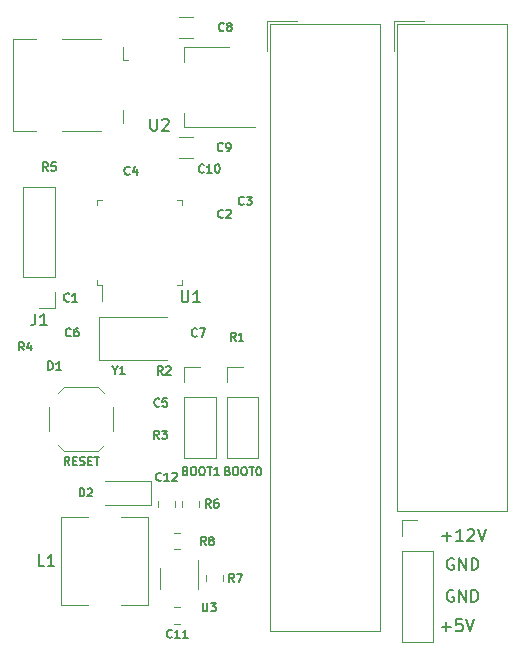
<source format=gbr>
G04 #@! TF.GenerationSoftware,KiCad,Pcbnew,(5.1.0)-1*
G04 #@! TF.CreationDate,2021-02-13T20:01:35+01:00*
G04 #@! TF.ProjectId,GreaseWeazle,47726561-7365-4576-9561-7a6c652e6b69,rev?*
G04 #@! TF.SameCoordinates,Original*
G04 #@! TF.FileFunction,Legend,Top*
G04 #@! TF.FilePolarity,Positive*
%FSLAX46Y46*%
G04 Gerber Fmt 4.6, Leading zero omitted, Abs format (unit mm)*
G04 Created by KiCad (PCBNEW (5.1.0)-1) date 2021-02-13 20:01:35*
%MOMM*%
%LPD*%
G04 APERTURE LIST*
%ADD10C,0.150000*%
%ADD11C,0.120000*%
%ADD12C,0.100000*%
G04 APERTURE END LIST*
D10*
X80669733Y-82561866D02*
X80436400Y-82228533D01*
X80269733Y-82561866D02*
X80269733Y-81861866D01*
X80536400Y-81861866D01*
X80603066Y-81895200D01*
X80636400Y-81928533D01*
X80669733Y-81995200D01*
X80669733Y-82095200D01*
X80636400Y-82161866D01*
X80603066Y-82195200D01*
X80536400Y-82228533D01*
X80269733Y-82228533D01*
X80969733Y-82195200D02*
X81203066Y-82195200D01*
X81303066Y-82561866D02*
X80969733Y-82561866D01*
X80969733Y-81861866D01*
X81303066Y-81861866D01*
X81569733Y-82528533D02*
X81669733Y-82561866D01*
X81836400Y-82561866D01*
X81903066Y-82528533D01*
X81936400Y-82495200D01*
X81969733Y-82428533D01*
X81969733Y-82361866D01*
X81936400Y-82295200D01*
X81903066Y-82261866D01*
X81836400Y-82228533D01*
X81703066Y-82195200D01*
X81636400Y-82161866D01*
X81603066Y-82128533D01*
X81569733Y-82061866D01*
X81569733Y-81995200D01*
X81603066Y-81928533D01*
X81636400Y-81895200D01*
X81703066Y-81861866D01*
X81869733Y-81861866D01*
X81969733Y-81895200D01*
X82269733Y-82195200D02*
X82503066Y-82195200D01*
X82603066Y-82561866D02*
X82269733Y-82561866D01*
X82269733Y-81861866D01*
X82603066Y-81861866D01*
X82803066Y-81861866D02*
X83203066Y-81861866D01*
X83003066Y-82561866D02*
X83003066Y-81861866D01*
X113195195Y-93175200D02*
X113099957Y-93127580D01*
X112957100Y-93127580D01*
X112814242Y-93175200D01*
X112719004Y-93270438D01*
X112671385Y-93365676D01*
X112623766Y-93556152D01*
X112623766Y-93699009D01*
X112671385Y-93889485D01*
X112719004Y-93984723D01*
X112814242Y-94079961D01*
X112957100Y-94127580D01*
X113052338Y-94127580D01*
X113195195Y-94079961D01*
X113242814Y-94032342D01*
X113242814Y-93699009D01*
X113052338Y-93699009D01*
X113671385Y-94127580D02*
X113671385Y-93127580D01*
X114242814Y-94127580D01*
X114242814Y-93127580D01*
X114719004Y-94127580D02*
X114719004Y-93127580D01*
X114957100Y-93127580D01*
X115099957Y-93175200D01*
X115195195Y-93270438D01*
X115242814Y-93365676D01*
X115290433Y-93556152D01*
X115290433Y-93699009D01*
X115242814Y-93889485D01*
X115195195Y-93984723D01*
X115099957Y-94079961D01*
X114957100Y-94127580D01*
X114719004Y-94127580D01*
X113207895Y-90482800D02*
X113112657Y-90435180D01*
X112969800Y-90435180D01*
X112826942Y-90482800D01*
X112731704Y-90578038D01*
X112684085Y-90673276D01*
X112636466Y-90863752D01*
X112636466Y-91006609D01*
X112684085Y-91197085D01*
X112731704Y-91292323D01*
X112826942Y-91387561D01*
X112969800Y-91435180D01*
X113065038Y-91435180D01*
X113207895Y-91387561D01*
X113255514Y-91339942D01*
X113255514Y-91006609D01*
X113065038Y-91006609D01*
X113684085Y-91435180D02*
X113684085Y-90435180D01*
X114255514Y-91435180D01*
X114255514Y-90435180D01*
X114731704Y-91435180D02*
X114731704Y-90435180D01*
X114969800Y-90435180D01*
X115112657Y-90482800D01*
X115207895Y-90578038D01*
X115255514Y-90673276D01*
X115303133Y-90863752D01*
X115303133Y-91006609D01*
X115255514Y-91197085D01*
X115207895Y-91292323D01*
X115112657Y-91387561D01*
X114969800Y-91435180D01*
X114731704Y-91435180D01*
X112245995Y-88590428D02*
X113007900Y-88590428D01*
X112626947Y-88971380D02*
X112626947Y-88209476D01*
X114007900Y-88971380D02*
X113436471Y-88971380D01*
X113722185Y-88971380D02*
X113722185Y-87971380D01*
X113626947Y-88114238D01*
X113531709Y-88209476D01*
X113436471Y-88257095D01*
X114388852Y-88066619D02*
X114436471Y-88019000D01*
X114531709Y-87971380D01*
X114769804Y-87971380D01*
X114865042Y-88019000D01*
X114912661Y-88066619D01*
X114960280Y-88161857D01*
X114960280Y-88257095D01*
X114912661Y-88399952D01*
X114341233Y-88971380D01*
X114960280Y-88971380D01*
X115245995Y-87971380D02*
X115579328Y-88971380D01*
X115912661Y-87971380D01*
X112214185Y-96235828D02*
X112976090Y-96235828D01*
X112595138Y-96616780D02*
X112595138Y-95854876D01*
X113928471Y-95616780D02*
X113452280Y-95616780D01*
X113404661Y-96092971D01*
X113452280Y-96045352D01*
X113547519Y-95997733D01*
X113785614Y-95997733D01*
X113880852Y-96045352D01*
X113928471Y-96092971D01*
X113976090Y-96188209D01*
X113976090Y-96426304D01*
X113928471Y-96521542D01*
X113880852Y-96569161D01*
X113785614Y-96616780D01*
X113547519Y-96616780D01*
X113452280Y-96569161D01*
X113404661Y-96521542D01*
X114261804Y-95616780D02*
X114595138Y-96616780D01*
X114928471Y-95616780D01*
X90512266Y-83056260D02*
X90612266Y-83089593D01*
X90645600Y-83122926D01*
X90678933Y-83189593D01*
X90678933Y-83289593D01*
X90645600Y-83356260D01*
X90612266Y-83389593D01*
X90545600Y-83422926D01*
X90278933Y-83422926D01*
X90278933Y-82722926D01*
X90512266Y-82722926D01*
X90578933Y-82756260D01*
X90612266Y-82789593D01*
X90645600Y-82856260D01*
X90645600Y-82922926D01*
X90612266Y-82989593D01*
X90578933Y-83022926D01*
X90512266Y-83056260D01*
X90278933Y-83056260D01*
X91112266Y-82722926D02*
X91245600Y-82722926D01*
X91312266Y-82756260D01*
X91378933Y-82822926D01*
X91412266Y-82956260D01*
X91412266Y-83189593D01*
X91378933Y-83322926D01*
X91312266Y-83389593D01*
X91245600Y-83422926D01*
X91112266Y-83422926D01*
X91045600Y-83389593D01*
X90978933Y-83322926D01*
X90945600Y-83189593D01*
X90945600Y-82956260D01*
X90978933Y-82822926D01*
X91045600Y-82756260D01*
X91112266Y-82722926D01*
X91845600Y-82722926D02*
X91978933Y-82722926D01*
X92045600Y-82756260D01*
X92112266Y-82822926D01*
X92145600Y-82956260D01*
X92145600Y-83189593D01*
X92112266Y-83322926D01*
X92045600Y-83389593D01*
X91978933Y-83422926D01*
X91845600Y-83422926D01*
X91778933Y-83389593D01*
X91712266Y-83322926D01*
X91678933Y-83189593D01*
X91678933Y-82956260D01*
X91712266Y-82822926D01*
X91778933Y-82756260D01*
X91845600Y-82722926D01*
X92345600Y-82722926D02*
X92745600Y-82722926D01*
X92545600Y-83422926D02*
X92545600Y-82722926D01*
X93345600Y-83422926D02*
X92945600Y-83422926D01*
X93145600Y-83422926D02*
X93145600Y-82722926D01*
X93078933Y-82822926D01*
X93012266Y-82889593D01*
X92945600Y-82922926D01*
X94070806Y-83063880D02*
X94170806Y-83097213D01*
X94204140Y-83130546D01*
X94237473Y-83197213D01*
X94237473Y-83297213D01*
X94204140Y-83363880D01*
X94170806Y-83397213D01*
X94104140Y-83430546D01*
X93837473Y-83430546D01*
X93837473Y-82730546D01*
X94070806Y-82730546D01*
X94137473Y-82763880D01*
X94170806Y-82797213D01*
X94204140Y-82863880D01*
X94204140Y-82930546D01*
X94170806Y-82997213D01*
X94137473Y-83030546D01*
X94070806Y-83063880D01*
X93837473Y-83063880D01*
X94670806Y-82730546D02*
X94804140Y-82730546D01*
X94870806Y-82763880D01*
X94937473Y-82830546D01*
X94970806Y-82963880D01*
X94970806Y-83197213D01*
X94937473Y-83330546D01*
X94870806Y-83397213D01*
X94804140Y-83430546D01*
X94670806Y-83430546D01*
X94604140Y-83397213D01*
X94537473Y-83330546D01*
X94504140Y-83197213D01*
X94504140Y-82963880D01*
X94537473Y-82830546D01*
X94604140Y-82763880D01*
X94670806Y-82730546D01*
X95404140Y-82730546D02*
X95537473Y-82730546D01*
X95604140Y-82763880D01*
X95670806Y-82830546D01*
X95704140Y-82963880D01*
X95704140Y-83197213D01*
X95670806Y-83330546D01*
X95604140Y-83397213D01*
X95537473Y-83430546D01*
X95404140Y-83430546D01*
X95337473Y-83397213D01*
X95270806Y-83330546D01*
X95237473Y-83197213D01*
X95237473Y-82963880D01*
X95270806Y-82830546D01*
X95337473Y-82763880D01*
X95404140Y-82730546D01*
X95904140Y-82730546D02*
X96304140Y-82730546D01*
X96104140Y-83430546D02*
X96104140Y-82730546D01*
X96670806Y-82730546D02*
X96737473Y-82730546D01*
X96804140Y-82763880D01*
X96837473Y-82797213D01*
X96870806Y-82863880D01*
X96904140Y-82997213D01*
X96904140Y-83163880D01*
X96870806Y-83297213D01*
X96837473Y-83363880D01*
X96804140Y-83397213D01*
X96737473Y-83430546D01*
X96670806Y-83430546D01*
X96604140Y-83397213D01*
X96570806Y-83363880D01*
X96537473Y-83297213D01*
X96504140Y-83163880D01*
X96504140Y-82997213D01*
X96537473Y-82863880D01*
X96570806Y-82797213D01*
X96604140Y-82763880D01*
X96670806Y-82730546D01*
D11*
X89928636Y-56581700D02*
X91132764Y-56581700D01*
X89928636Y-54761700D02*
X91132764Y-54761700D01*
X89928636Y-46409000D02*
X91132764Y-46409000D01*
X89928636Y-44589000D02*
X91132764Y-44589000D01*
X83228700Y-73659100D02*
X88978700Y-73659100D01*
X83228700Y-70059100D02*
X83228700Y-73659100D01*
X88978700Y-70059100D02*
X83228700Y-70059100D01*
X91548900Y-93041000D02*
X91548900Y-90591000D01*
X88328900Y-91241000D02*
X88328900Y-93041000D01*
X96408700Y-53976300D02*
X90398700Y-53976300D01*
X94158700Y-47156300D02*
X90398700Y-47156300D01*
X90398700Y-53976300D02*
X90398700Y-52716300D01*
X90398700Y-47156300D02*
X90398700Y-48416300D01*
X83436200Y-67341100D02*
X83436200Y-68631100D01*
X82986200Y-67341100D02*
X83436200Y-67341100D01*
X82986200Y-66891100D02*
X82986200Y-67341100D01*
X82986200Y-60121100D02*
X83436200Y-60121100D01*
X82986200Y-60571100D02*
X82986200Y-60121100D01*
X90206200Y-67341100D02*
X89756200Y-67341100D01*
X90206200Y-66891100D02*
X90206200Y-67341100D01*
X90206200Y-60121100D02*
X89756200Y-60121100D01*
X90206200Y-60571100D02*
X90206200Y-60121100D01*
X83126200Y-81378700D02*
X83616200Y-80888700D01*
X80226200Y-81378700D02*
X83126200Y-81378700D01*
X80226200Y-81378700D02*
X79736200Y-80888700D01*
X80226200Y-75938700D02*
X83126200Y-75938700D01*
X80226200Y-75938700D02*
X79736200Y-76428700D01*
X84396200Y-79698700D02*
X84396200Y-77618700D01*
X83126200Y-75938700D02*
X83616200Y-76428700D01*
X78956200Y-79698700D02*
X78956200Y-77618700D01*
X89553322Y-89701400D02*
X90070478Y-89701400D01*
X89553322Y-88281400D02*
X90070478Y-88281400D01*
X92276900Y-91869722D02*
X92276900Y-92386878D01*
X93696900Y-91869722D02*
X93696900Y-92386878D01*
X90232200Y-85595922D02*
X90232200Y-86113078D01*
X91652200Y-85595922D02*
X91652200Y-86113078D01*
X79965100Y-86993200D02*
X82265100Y-86993200D01*
X79965100Y-94393200D02*
X79965100Y-86993200D01*
X82265100Y-94393200D02*
X79965100Y-94393200D01*
X87365100Y-94393200D02*
X85065100Y-94393200D01*
X87365100Y-86993200D02*
X87365100Y-94393200D01*
X85065100Y-86993200D02*
X87365100Y-86993200D01*
X90404600Y-74224800D02*
X91734600Y-74224800D01*
X90404600Y-75554800D02*
X90404600Y-74224800D01*
X90404600Y-76824800D02*
X93064600Y-76824800D01*
X93064600Y-76824800D02*
X93064600Y-81964800D01*
X90404600Y-76824800D02*
X90404600Y-81964800D01*
X90404600Y-81964800D02*
X93064600Y-81964800D01*
X94026700Y-74224800D02*
X95356700Y-74224800D01*
X94026700Y-75554800D02*
X94026700Y-74224800D01*
X94026700Y-76824800D02*
X96686700Y-76824800D01*
X96686700Y-76824800D02*
X96686700Y-81964800D01*
X94026700Y-76824800D02*
X94026700Y-81964800D01*
X94026700Y-81964800D02*
X96686700Y-81964800D01*
X108137000Y-44996400D02*
X110677000Y-44996400D01*
X108137000Y-44996400D02*
X108137000Y-47536400D01*
X108387000Y-45246400D02*
X117737000Y-45246400D01*
X108387000Y-86426400D02*
X108387000Y-45246400D01*
X117737000Y-86426400D02*
X108387000Y-86426400D01*
X117737000Y-45246400D02*
X117737000Y-86426400D01*
X75913600Y-46463300D02*
X77863600Y-46463300D01*
X80083600Y-46463300D02*
X83313600Y-46463300D01*
X85233600Y-47183300D02*
X85233600Y-48263300D01*
X85233600Y-52483300D02*
X85233600Y-53563300D01*
X80083600Y-54283300D02*
X83313600Y-54283300D01*
X75913600Y-54283300D02*
X77863600Y-54283300D01*
X85233600Y-48263300D02*
X85663600Y-48263300D01*
X75913600Y-54283300D02*
X75913600Y-46463300D01*
X97417000Y-44996400D02*
X99957000Y-44996400D01*
X97417000Y-44996400D02*
X97417000Y-47536400D01*
X97667000Y-45246400D02*
X107017000Y-45246400D01*
X97667000Y-96586400D02*
X97667000Y-45246400D01*
X107017000Y-96586400D02*
X97667000Y-96586400D01*
X107017000Y-45246400D02*
X107017000Y-96586400D01*
X108820000Y-87229600D02*
X110150000Y-87229600D01*
X108820000Y-88559600D02*
X108820000Y-87229600D01*
X108820000Y-89829600D02*
X111480000Y-89829600D01*
X111480000Y-89829600D02*
X111480000Y-97509600D01*
X108820000Y-89829600D02*
X108820000Y-97509600D01*
X108820000Y-97509600D02*
X111480000Y-97509600D01*
X79445200Y-69280100D02*
X78115200Y-69280100D01*
X79445200Y-67950100D02*
X79445200Y-69280100D01*
X79445200Y-66680100D02*
X76785200Y-66680100D01*
X76785200Y-66680100D02*
X76785200Y-59000100D01*
X79445200Y-66680100D02*
X79445200Y-59000100D01*
X79445200Y-59000100D02*
X76785200Y-59000100D01*
X87566100Y-85927400D02*
X83666100Y-85927400D01*
X87566100Y-83927400D02*
X83666100Y-83927400D01*
X87566100Y-85927400D02*
X87566100Y-83927400D01*
D12*
X79470700Y-71452400D02*
G75*
G03X79470700Y-71452400I-50000J0D01*
G01*
D11*
X88174800Y-85593622D02*
X88174800Y-86110778D01*
X89594800Y-85593622D02*
X89594800Y-86110778D01*
X89553322Y-96013300D02*
X90070478Y-96013300D01*
X89553322Y-94593300D02*
X90070478Y-94593300D01*
D10*
X78872253Y-57636846D02*
X78638920Y-57303513D01*
X78472253Y-57636846D02*
X78472253Y-56936846D01*
X78738920Y-56936846D01*
X78805586Y-56970180D01*
X78838920Y-57003513D01*
X78872253Y-57070180D01*
X78872253Y-57170180D01*
X78838920Y-57236846D01*
X78805586Y-57270180D01*
X78738920Y-57303513D01*
X78472253Y-57303513D01*
X79505586Y-56936846D02*
X79172253Y-56936846D01*
X79138920Y-57270180D01*
X79172253Y-57236846D01*
X79238920Y-57203513D01*
X79405586Y-57203513D01*
X79472253Y-57236846D01*
X79505586Y-57270180D01*
X79538920Y-57336846D01*
X79538920Y-57503513D01*
X79505586Y-57570180D01*
X79472253Y-57603513D01*
X79405586Y-57636846D01*
X79238920Y-57636846D01*
X79172253Y-57603513D01*
X79138920Y-57570180D01*
X93660153Y-55926780D02*
X93626820Y-55960113D01*
X93526820Y-55993446D01*
X93460153Y-55993446D01*
X93360153Y-55960113D01*
X93293486Y-55893446D01*
X93260153Y-55826780D01*
X93226820Y-55693446D01*
X93226820Y-55593446D01*
X93260153Y-55460113D01*
X93293486Y-55393446D01*
X93360153Y-55326780D01*
X93460153Y-55293446D01*
X93526820Y-55293446D01*
X93626820Y-55326780D01*
X93660153Y-55360113D01*
X93993486Y-55993446D02*
X94126820Y-55993446D01*
X94193486Y-55960113D01*
X94226820Y-55926780D01*
X94293486Y-55826780D01*
X94326820Y-55693446D01*
X94326820Y-55426780D01*
X94293486Y-55360113D01*
X94260153Y-55326780D01*
X94193486Y-55293446D01*
X94060153Y-55293446D01*
X93993486Y-55326780D01*
X93960153Y-55360113D01*
X93926820Y-55426780D01*
X93926820Y-55593446D01*
X93960153Y-55660113D01*
X93993486Y-55693446D01*
X94060153Y-55726780D01*
X94193486Y-55726780D01*
X94260153Y-55693446D01*
X94293486Y-55660113D01*
X94326820Y-55593446D01*
X93756673Y-45743920D02*
X93723340Y-45777253D01*
X93623340Y-45810586D01*
X93556673Y-45810586D01*
X93456673Y-45777253D01*
X93390006Y-45710586D01*
X93356673Y-45643920D01*
X93323340Y-45510586D01*
X93323340Y-45410586D01*
X93356673Y-45277253D01*
X93390006Y-45210586D01*
X93456673Y-45143920D01*
X93556673Y-45110586D01*
X93623340Y-45110586D01*
X93723340Y-45143920D01*
X93756673Y-45177253D01*
X94156673Y-45410586D02*
X94090006Y-45377253D01*
X94056673Y-45343920D01*
X94023340Y-45277253D01*
X94023340Y-45243920D01*
X94056673Y-45177253D01*
X94090006Y-45143920D01*
X94156673Y-45110586D01*
X94290006Y-45110586D01*
X94356673Y-45143920D01*
X94390006Y-45177253D01*
X94423340Y-45243920D01*
X94423340Y-45277253D01*
X94390006Y-45343920D01*
X94356673Y-45377253D01*
X94290006Y-45410586D01*
X94156673Y-45410586D01*
X94090006Y-45443920D01*
X94056673Y-45477253D01*
X94023340Y-45543920D01*
X94023340Y-45677253D01*
X94056673Y-45743920D01*
X94090006Y-45777253D01*
X94156673Y-45810586D01*
X94290006Y-45810586D01*
X94356673Y-45777253D01*
X94390006Y-45743920D01*
X94423340Y-45677253D01*
X94423340Y-45543920D01*
X94390006Y-45477253D01*
X94356673Y-45443920D01*
X94290006Y-45410586D01*
X84528046Y-74519593D02*
X84528046Y-74852926D01*
X84294713Y-74152926D02*
X84528046Y-74519593D01*
X84761380Y-74152926D01*
X85361380Y-74852926D02*
X84961380Y-74852926D01*
X85161380Y-74852926D02*
X85161380Y-74152926D01*
X85094713Y-74252926D01*
X85028046Y-74319593D01*
X84961380Y-74352926D01*
X91968426Y-94251946D02*
X91968426Y-94818613D01*
X92001760Y-94885280D01*
X92035093Y-94918613D01*
X92101760Y-94951946D01*
X92235093Y-94951946D01*
X92301760Y-94918613D01*
X92335093Y-94885280D01*
X92368426Y-94818613D01*
X92368426Y-94251946D01*
X92635093Y-94251946D02*
X93068426Y-94251946D01*
X92835093Y-94518613D01*
X92935093Y-94518613D01*
X93001760Y-94551946D01*
X93035093Y-94585280D01*
X93068426Y-94651946D01*
X93068426Y-94818613D01*
X93035093Y-94885280D01*
X93001760Y-94918613D01*
X92935093Y-94951946D01*
X92735093Y-94951946D01*
X92668426Y-94918613D01*
X92635093Y-94885280D01*
X87538675Y-53244480D02*
X87538675Y-54054004D01*
X87586294Y-54149242D01*
X87633913Y-54196861D01*
X87729151Y-54244480D01*
X87919627Y-54244480D01*
X88014865Y-54196861D01*
X88062484Y-54149242D01*
X88110103Y-54054004D01*
X88110103Y-53244480D01*
X88538675Y-53339719D02*
X88586294Y-53292100D01*
X88681532Y-53244480D01*
X88919627Y-53244480D01*
X89014865Y-53292100D01*
X89062484Y-53339719D01*
X89110103Y-53434957D01*
X89110103Y-53530195D01*
X89062484Y-53673052D01*
X88491056Y-54244480D01*
X89110103Y-54244480D01*
X90180235Y-67768180D02*
X90180235Y-68577704D01*
X90227854Y-68672942D01*
X90275473Y-68720561D01*
X90370711Y-68768180D01*
X90561187Y-68768180D01*
X90656425Y-68720561D01*
X90704044Y-68672942D01*
X90751663Y-68577704D01*
X90751663Y-67768180D01*
X91751663Y-68768180D02*
X91180235Y-68768180D01*
X91465949Y-68768180D02*
X91465949Y-67768180D01*
X91370711Y-67911038D01*
X91275473Y-68006276D01*
X91180235Y-68053895D01*
X92237773Y-89343626D02*
X92004440Y-89010293D01*
X91837773Y-89343626D02*
X91837773Y-88643626D01*
X92104440Y-88643626D01*
X92171106Y-88676960D01*
X92204440Y-88710293D01*
X92237773Y-88776960D01*
X92237773Y-88876960D01*
X92204440Y-88943626D01*
X92171106Y-88976960D01*
X92104440Y-89010293D01*
X91837773Y-89010293D01*
X92637773Y-88943626D02*
X92571106Y-88910293D01*
X92537773Y-88876960D01*
X92504440Y-88810293D01*
X92504440Y-88776960D01*
X92537773Y-88710293D01*
X92571106Y-88676960D01*
X92637773Y-88643626D01*
X92771106Y-88643626D01*
X92837773Y-88676960D01*
X92871106Y-88710293D01*
X92904440Y-88776960D01*
X92904440Y-88810293D01*
X92871106Y-88876960D01*
X92837773Y-88910293D01*
X92771106Y-88943626D01*
X92637773Y-88943626D01*
X92571106Y-88976960D01*
X92537773Y-89010293D01*
X92504440Y-89076960D01*
X92504440Y-89210293D01*
X92537773Y-89276960D01*
X92571106Y-89310293D01*
X92637773Y-89343626D01*
X92771106Y-89343626D01*
X92837773Y-89310293D01*
X92871106Y-89276960D01*
X92904440Y-89210293D01*
X92904440Y-89076960D01*
X92871106Y-89010293D01*
X92837773Y-88976960D01*
X92771106Y-88943626D01*
X94625373Y-92455126D02*
X94392040Y-92121793D01*
X94225373Y-92455126D02*
X94225373Y-91755126D01*
X94492040Y-91755126D01*
X94558706Y-91788460D01*
X94592040Y-91821793D01*
X94625373Y-91888460D01*
X94625373Y-91988460D01*
X94592040Y-92055126D01*
X94558706Y-92088460D01*
X94492040Y-92121793D01*
X94225373Y-92121793D01*
X94858706Y-91755126D02*
X95325373Y-91755126D01*
X95025373Y-92455126D01*
X92644173Y-86166086D02*
X92410840Y-85832753D01*
X92244173Y-86166086D02*
X92244173Y-85466086D01*
X92510840Y-85466086D01*
X92577506Y-85499420D01*
X92610840Y-85532753D01*
X92644173Y-85599420D01*
X92644173Y-85699420D01*
X92610840Y-85766086D01*
X92577506Y-85799420D01*
X92510840Y-85832753D01*
X92244173Y-85832753D01*
X93244173Y-85466086D02*
X93110840Y-85466086D01*
X93044173Y-85499420D01*
X93010840Y-85532753D01*
X92944173Y-85632753D01*
X92910840Y-85766086D01*
X92910840Y-86032753D01*
X92944173Y-86099420D01*
X92977506Y-86132753D01*
X93044173Y-86166086D01*
X93177506Y-86166086D01*
X93244173Y-86132753D01*
X93277506Y-86099420D01*
X93310840Y-86032753D01*
X93310840Y-85866086D01*
X93277506Y-85799420D01*
X93244173Y-85766086D01*
X93177506Y-85732753D01*
X93044173Y-85732753D01*
X92977506Y-85766086D01*
X92944173Y-85799420D01*
X92910840Y-85866086D01*
X76830093Y-72859106D02*
X76596760Y-72525773D01*
X76430093Y-72859106D02*
X76430093Y-72159106D01*
X76696760Y-72159106D01*
X76763426Y-72192440D01*
X76796760Y-72225773D01*
X76830093Y-72292440D01*
X76830093Y-72392440D01*
X76796760Y-72459106D01*
X76763426Y-72492440D01*
X76696760Y-72525773D01*
X76430093Y-72525773D01*
X77430093Y-72392440D02*
X77430093Y-72859106D01*
X77263426Y-72125773D02*
X77096760Y-72625773D01*
X77530093Y-72625773D01*
X88270213Y-80336866D02*
X88036880Y-80003533D01*
X87870213Y-80336866D02*
X87870213Y-79636866D01*
X88136880Y-79636866D01*
X88203546Y-79670200D01*
X88236880Y-79703533D01*
X88270213Y-79770200D01*
X88270213Y-79870200D01*
X88236880Y-79936866D01*
X88203546Y-79970200D01*
X88136880Y-80003533D01*
X87870213Y-80003533D01*
X88503546Y-79636866D02*
X88936880Y-79636866D01*
X88703546Y-79903533D01*
X88803546Y-79903533D01*
X88870213Y-79936866D01*
X88903546Y-79970200D01*
X88936880Y-80036866D01*
X88936880Y-80203533D01*
X88903546Y-80270200D01*
X88870213Y-80303533D01*
X88803546Y-80336866D01*
X88603546Y-80336866D01*
X88536880Y-80303533D01*
X88503546Y-80270200D01*
X88575033Y-74901266D02*
X88341700Y-74567933D01*
X88175033Y-74901266D02*
X88175033Y-74201266D01*
X88441700Y-74201266D01*
X88508366Y-74234600D01*
X88541700Y-74267933D01*
X88575033Y-74334600D01*
X88575033Y-74434600D01*
X88541700Y-74501266D01*
X88508366Y-74534600D01*
X88441700Y-74567933D01*
X88175033Y-74567933D01*
X88841700Y-74267933D02*
X88875033Y-74234600D01*
X88941700Y-74201266D01*
X89108366Y-74201266D01*
X89175033Y-74234600D01*
X89208366Y-74267933D01*
X89241700Y-74334600D01*
X89241700Y-74401266D01*
X89208366Y-74501266D01*
X88808366Y-74901266D01*
X89241700Y-74901266D01*
X94747273Y-72051366D02*
X94513940Y-71718033D01*
X94347273Y-72051366D02*
X94347273Y-71351366D01*
X94613940Y-71351366D01*
X94680606Y-71384700D01*
X94713940Y-71418033D01*
X94747273Y-71484700D01*
X94747273Y-71584700D01*
X94713940Y-71651366D01*
X94680606Y-71684700D01*
X94613940Y-71718033D01*
X94347273Y-71718033D01*
X95413940Y-72051366D02*
X95013940Y-72051366D01*
X95213940Y-72051366D02*
X95213940Y-71351366D01*
X95147273Y-71451366D01*
X95080606Y-71518033D01*
X95013940Y-71551366D01*
X78560673Y-91130340D02*
X78084482Y-91130340D01*
X78084482Y-90130340D01*
X79417816Y-91130340D02*
X78846387Y-91130340D01*
X79132101Y-91130340D02*
X79132101Y-90130340D01*
X79036863Y-90273198D01*
X78941625Y-90368436D01*
X78846387Y-90416055D01*
X77781866Y-69732480D02*
X77781866Y-70446766D01*
X77734247Y-70589623D01*
X77639009Y-70684861D01*
X77496152Y-70732480D01*
X77400914Y-70732480D01*
X78781866Y-70732480D02*
X78210438Y-70732480D01*
X78496152Y-70732480D02*
X78496152Y-69732480D01*
X78400914Y-69875338D01*
X78305676Y-69970576D01*
X78210438Y-70018195D01*
X81550773Y-85216126D02*
X81550773Y-84516126D01*
X81717440Y-84516126D01*
X81817440Y-84549460D01*
X81884106Y-84616126D01*
X81917440Y-84682793D01*
X81950773Y-84816126D01*
X81950773Y-84916126D01*
X81917440Y-85049460D01*
X81884106Y-85116126D01*
X81817440Y-85182793D01*
X81717440Y-85216126D01*
X81550773Y-85216126D01*
X82217440Y-84582793D02*
X82250773Y-84549460D01*
X82317440Y-84516126D01*
X82484106Y-84516126D01*
X82550773Y-84549460D01*
X82584106Y-84582793D01*
X82617440Y-84649460D01*
X82617440Y-84716126D01*
X82584106Y-84816126D01*
X82184106Y-85216126D01*
X82617440Y-85216126D01*
X78904033Y-74489746D02*
X78904033Y-73789746D01*
X79070700Y-73789746D01*
X79170700Y-73823080D01*
X79237366Y-73889746D01*
X79270700Y-73956413D01*
X79304033Y-74089746D01*
X79304033Y-74189746D01*
X79270700Y-74323080D01*
X79237366Y-74389746D01*
X79170700Y-74456413D01*
X79070700Y-74489746D01*
X78904033Y-74489746D01*
X79970700Y-74489746D02*
X79570700Y-74489746D01*
X79770700Y-74489746D02*
X79770700Y-73789746D01*
X79704033Y-73889746D01*
X79637366Y-73956413D01*
X79570700Y-73989746D01*
X88450040Y-83826120D02*
X88416706Y-83859453D01*
X88316706Y-83892786D01*
X88250040Y-83892786D01*
X88150040Y-83859453D01*
X88083373Y-83792786D01*
X88050040Y-83726120D01*
X88016706Y-83592786D01*
X88016706Y-83492786D01*
X88050040Y-83359453D01*
X88083373Y-83292786D01*
X88150040Y-83226120D01*
X88250040Y-83192786D01*
X88316706Y-83192786D01*
X88416706Y-83226120D01*
X88450040Y-83259453D01*
X89116706Y-83892786D02*
X88716706Y-83892786D01*
X88916706Y-83892786D02*
X88916706Y-83192786D01*
X88850040Y-83292786D01*
X88783373Y-83359453D01*
X88716706Y-83392786D01*
X89383373Y-83259453D02*
X89416706Y-83226120D01*
X89483373Y-83192786D01*
X89650040Y-83192786D01*
X89716706Y-83226120D01*
X89750040Y-83259453D01*
X89783373Y-83326120D01*
X89783373Y-83392786D01*
X89750040Y-83492786D01*
X89350040Y-83892786D01*
X89783373Y-83892786D01*
X89361900Y-97125560D02*
X89328566Y-97158893D01*
X89228566Y-97192226D01*
X89161900Y-97192226D01*
X89061900Y-97158893D01*
X88995233Y-97092226D01*
X88961900Y-97025560D01*
X88928566Y-96892226D01*
X88928566Y-96792226D01*
X88961900Y-96658893D01*
X88995233Y-96592226D01*
X89061900Y-96525560D01*
X89161900Y-96492226D01*
X89228566Y-96492226D01*
X89328566Y-96525560D01*
X89361900Y-96558893D01*
X90028566Y-97192226D02*
X89628566Y-97192226D01*
X89828566Y-97192226D02*
X89828566Y-96492226D01*
X89761900Y-96592226D01*
X89695233Y-96658893D01*
X89628566Y-96692226D01*
X90695233Y-97192226D02*
X90295233Y-97192226D01*
X90495233Y-97192226D02*
X90495233Y-96492226D01*
X90428566Y-96592226D01*
X90361900Y-96658893D01*
X90295233Y-96692226D01*
X92072080Y-57735240D02*
X92038746Y-57768573D01*
X91938746Y-57801906D01*
X91872080Y-57801906D01*
X91772080Y-57768573D01*
X91705413Y-57701906D01*
X91672080Y-57635240D01*
X91638746Y-57501906D01*
X91638746Y-57401906D01*
X91672080Y-57268573D01*
X91705413Y-57201906D01*
X91772080Y-57135240D01*
X91872080Y-57101906D01*
X91938746Y-57101906D01*
X92038746Y-57135240D01*
X92072080Y-57168573D01*
X92738746Y-57801906D02*
X92338746Y-57801906D01*
X92538746Y-57801906D02*
X92538746Y-57101906D01*
X92472080Y-57201906D01*
X92405413Y-57268573D01*
X92338746Y-57301906D01*
X93172080Y-57101906D02*
X93238746Y-57101906D01*
X93305413Y-57135240D01*
X93338746Y-57168573D01*
X93372080Y-57235240D01*
X93405413Y-57368573D01*
X93405413Y-57535240D01*
X93372080Y-57668573D01*
X93338746Y-57735240D01*
X93305413Y-57768573D01*
X93238746Y-57801906D01*
X93172080Y-57801906D01*
X93105413Y-57768573D01*
X93072080Y-57735240D01*
X93038746Y-57668573D01*
X93005413Y-57535240D01*
X93005413Y-57368573D01*
X93038746Y-57235240D01*
X93072080Y-57168573D01*
X93105413Y-57135240D01*
X93172080Y-57101906D01*
X91480793Y-71613800D02*
X91447460Y-71647133D01*
X91347460Y-71680466D01*
X91280793Y-71680466D01*
X91180793Y-71647133D01*
X91114126Y-71580466D01*
X91080793Y-71513800D01*
X91047460Y-71380466D01*
X91047460Y-71280466D01*
X91080793Y-71147133D01*
X91114126Y-71080466D01*
X91180793Y-71013800D01*
X91280793Y-70980466D01*
X91347460Y-70980466D01*
X91447460Y-71013800D01*
X91480793Y-71047133D01*
X91714126Y-70980466D02*
X92180793Y-70980466D01*
X91880793Y-71680466D01*
X80797553Y-71603640D02*
X80764220Y-71636973D01*
X80664220Y-71670306D01*
X80597553Y-71670306D01*
X80497553Y-71636973D01*
X80430886Y-71570306D01*
X80397553Y-71503640D01*
X80364220Y-71370306D01*
X80364220Y-71270306D01*
X80397553Y-71136973D01*
X80430886Y-71070306D01*
X80497553Y-71003640D01*
X80597553Y-70970306D01*
X80664220Y-70970306D01*
X80764220Y-71003640D01*
X80797553Y-71036973D01*
X81397553Y-70970306D02*
X81264220Y-70970306D01*
X81197553Y-71003640D01*
X81164220Y-71036973D01*
X81097553Y-71136973D01*
X81064220Y-71270306D01*
X81064220Y-71536973D01*
X81097553Y-71603640D01*
X81130886Y-71636973D01*
X81197553Y-71670306D01*
X81330886Y-71670306D01*
X81397553Y-71636973D01*
X81430886Y-71603640D01*
X81464220Y-71536973D01*
X81464220Y-71370306D01*
X81430886Y-71303640D01*
X81397553Y-71270306D01*
X81330886Y-71236973D01*
X81197553Y-71236973D01*
X81130886Y-71270306D01*
X81097553Y-71303640D01*
X81064220Y-71370306D01*
X88285453Y-77539640D02*
X88252120Y-77572973D01*
X88152120Y-77606306D01*
X88085453Y-77606306D01*
X87985453Y-77572973D01*
X87918786Y-77506306D01*
X87885453Y-77439640D01*
X87852120Y-77306306D01*
X87852120Y-77206306D01*
X87885453Y-77072973D01*
X87918786Y-77006306D01*
X87985453Y-76939640D01*
X88085453Y-76906306D01*
X88152120Y-76906306D01*
X88252120Y-76939640D01*
X88285453Y-76972973D01*
X88918786Y-76906306D02*
X88585453Y-76906306D01*
X88552120Y-77239640D01*
X88585453Y-77206306D01*
X88652120Y-77172973D01*
X88818786Y-77172973D01*
X88885453Y-77206306D01*
X88918786Y-77239640D01*
X88952120Y-77306306D01*
X88952120Y-77472973D01*
X88918786Y-77539640D01*
X88885453Y-77572973D01*
X88818786Y-77606306D01*
X88652120Y-77606306D01*
X88585453Y-77572973D01*
X88552120Y-77539640D01*
X85775973Y-57920700D02*
X85742640Y-57954033D01*
X85642640Y-57987366D01*
X85575973Y-57987366D01*
X85475973Y-57954033D01*
X85409306Y-57887366D01*
X85375973Y-57820700D01*
X85342640Y-57687366D01*
X85342640Y-57587366D01*
X85375973Y-57454033D01*
X85409306Y-57387366D01*
X85475973Y-57320700D01*
X85575973Y-57287366D01*
X85642640Y-57287366D01*
X85742640Y-57320700D01*
X85775973Y-57354033D01*
X86375973Y-57520700D02*
X86375973Y-57987366D01*
X86209306Y-57254033D02*
X86042640Y-57754033D01*
X86475973Y-57754033D01*
X95443233Y-60463260D02*
X95409900Y-60496593D01*
X95309900Y-60529926D01*
X95243233Y-60529926D01*
X95143233Y-60496593D01*
X95076566Y-60429926D01*
X95043233Y-60363260D01*
X95009900Y-60229926D01*
X95009900Y-60129926D01*
X95043233Y-59996593D01*
X95076566Y-59929926D01*
X95143233Y-59863260D01*
X95243233Y-59829926D01*
X95309900Y-59829926D01*
X95409900Y-59863260D01*
X95443233Y-59896593D01*
X95676566Y-59829926D02*
X96109900Y-59829926D01*
X95876566Y-60096593D01*
X95976566Y-60096593D01*
X96043233Y-60129926D01*
X96076566Y-60163260D01*
X96109900Y-60229926D01*
X96109900Y-60396593D01*
X96076566Y-60463260D01*
X96043233Y-60496593D01*
X95976566Y-60529926D01*
X95776566Y-60529926D01*
X95709900Y-60496593D01*
X95676566Y-60463260D01*
X93695693Y-61560540D02*
X93662360Y-61593873D01*
X93562360Y-61627206D01*
X93495693Y-61627206D01*
X93395693Y-61593873D01*
X93329026Y-61527206D01*
X93295693Y-61460540D01*
X93262360Y-61327206D01*
X93262360Y-61227206D01*
X93295693Y-61093873D01*
X93329026Y-61027206D01*
X93395693Y-60960540D01*
X93495693Y-60927206D01*
X93562360Y-60927206D01*
X93662360Y-60960540D01*
X93695693Y-60993873D01*
X93962360Y-60993873D02*
X93995693Y-60960540D01*
X94062360Y-60927206D01*
X94229026Y-60927206D01*
X94295693Y-60960540D01*
X94329026Y-60993873D01*
X94362360Y-61060540D01*
X94362360Y-61127206D01*
X94329026Y-61227206D01*
X93929026Y-61627206D01*
X94362360Y-61627206D01*
X80662953Y-68649680D02*
X80629620Y-68683013D01*
X80529620Y-68716346D01*
X80462953Y-68716346D01*
X80362953Y-68683013D01*
X80296286Y-68616346D01*
X80262953Y-68549680D01*
X80229620Y-68416346D01*
X80229620Y-68316346D01*
X80262953Y-68183013D01*
X80296286Y-68116346D01*
X80362953Y-68049680D01*
X80462953Y-68016346D01*
X80529620Y-68016346D01*
X80629620Y-68049680D01*
X80662953Y-68083013D01*
X81329620Y-68716346D02*
X80929620Y-68716346D01*
X81129620Y-68716346D02*
X81129620Y-68016346D01*
X81062953Y-68116346D01*
X80996286Y-68183013D01*
X80929620Y-68216346D01*
M02*

</source>
